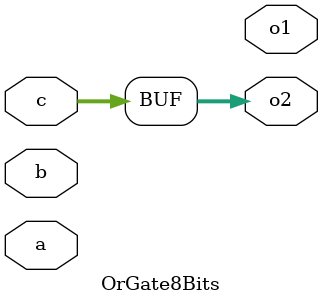
<source format=v>
`timescale 1ns / 1ps
module OrGate8Bits(
    input [3:0] a,
	 input [4:7] b,
	 input [8:11] c,
	 output reg [3:0] o1,
	 output reg [4:7] o2
    );
	 
    //assign o1[3:0] = a[3:0];
	 //assign o1[3:0] = b[7:4];
	 //assign o1[3:0] = b[4:7];
	 //assign o2[4:7] = c[8:11];
	 assign o2[4:7] = c[11:8];

endmodule

</source>
